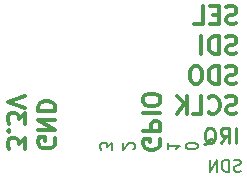
<source format=gbo>
G04 (created by PCBNEW (2013-07-07 BZR 4022)-stable) date 7/21/2013 3:18:37 PM*
%MOIN*%
G04 Gerber Fmt 3.4, Leading zero omitted, Abs format*
%FSLAX34Y34*%
G01*
G70*
G90*
G04 APERTURE LIST*
%ADD10C,0.00590551*%
%ADD11C,0.008*%
%ADD12C,0.01*%
%ADD13C,0.011811*%
G04 APERTURE END LIST*
G54D10*
G54D11*
X97023Y-66642D02*
X96966Y-66661D01*
X96871Y-66661D01*
X96833Y-66642D01*
X96814Y-66623D01*
X96795Y-66585D01*
X96795Y-66547D01*
X96814Y-66509D01*
X96833Y-66490D01*
X96871Y-66471D01*
X96947Y-66452D01*
X96985Y-66433D01*
X97004Y-66414D01*
X97023Y-66376D01*
X97023Y-66338D01*
X97004Y-66300D01*
X96985Y-66280D01*
X96947Y-66261D01*
X96852Y-66261D01*
X96795Y-66280D01*
X96623Y-66661D02*
X96623Y-66261D01*
X96528Y-66261D01*
X96471Y-66280D01*
X96433Y-66319D01*
X96414Y-66357D01*
X96395Y-66433D01*
X96395Y-66490D01*
X96414Y-66566D01*
X96433Y-66604D01*
X96471Y-66642D01*
X96528Y-66661D01*
X96623Y-66661D01*
X96223Y-66661D02*
X96223Y-66261D01*
X95995Y-66661D01*
X95995Y-66261D01*
G54D12*
X96880Y-65702D02*
X96880Y-65202D01*
X96357Y-65702D02*
X96523Y-65464D01*
X96642Y-65702D02*
X96642Y-65202D01*
X96452Y-65202D01*
X96404Y-65226D01*
X96380Y-65250D01*
X96357Y-65297D01*
X96357Y-65369D01*
X96380Y-65416D01*
X96404Y-65440D01*
X96452Y-65464D01*
X96642Y-65464D01*
X95809Y-65750D02*
X95857Y-65726D01*
X95904Y-65678D01*
X95976Y-65607D01*
X96023Y-65583D01*
X96071Y-65583D01*
X96047Y-65702D02*
X96095Y-65678D01*
X96142Y-65630D01*
X96166Y-65535D01*
X96166Y-65369D01*
X96142Y-65273D01*
X96095Y-65226D01*
X96047Y-65202D01*
X95952Y-65202D01*
X95904Y-65226D01*
X95857Y-65273D01*
X95833Y-65369D01*
X95833Y-65535D01*
X95857Y-65630D01*
X95904Y-65678D01*
X95952Y-65702D01*
X96047Y-65702D01*
G54D13*
X96887Y-64710D02*
X96803Y-64739D01*
X96662Y-64739D01*
X96606Y-64710D01*
X96578Y-64682D01*
X96550Y-64626D01*
X96550Y-64570D01*
X96578Y-64514D01*
X96606Y-64485D01*
X96662Y-64457D01*
X96775Y-64429D01*
X96831Y-64401D01*
X96859Y-64373D01*
X96887Y-64317D01*
X96887Y-64260D01*
X96859Y-64204D01*
X96831Y-64176D01*
X96775Y-64148D01*
X96634Y-64148D01*
X96550Y-64176D01*
X95959Y-64682D02*
X95987Y-64710D01*
X96071Y-64739D01*
X96128Y-64739D01*
X96212Y-64710D01*
X96268Y-64654D01*
X96296Y-64598D01*
X96325Y-64485D01*
X96325Y-64401D01*
X96296Y-64289D01*
X96268Y-64232D01*
X96212Y-64176D01*
X96128Y-64148D01*
X96071Y-64148D01*
X95987Y-64176D01*
X95959Y-64204D01*
X95425Y-64739D02*
X95706Y-64739D01*
X95706Y-64148D01*
X95228Y-64739D02*
X95228Y-64148D01*
X94890Y-64739D02*
X95143Y-64401D01*
X94890Y-64148D02*
X95228Y-64485D01*
X96887Y-63710D02*
X96803Y-63739D01*
X96662Y-63739D01*
X96606Y-63710D01*
X96578Y-63682D01*
X96550Y-63626D01*
X96550Y-63570D01*
X96578Y-63514D01*
X96606Y-63485D01*
X96662Y-63457D01*
X96775Y-63429D01*
X96831Y-63401D01*
X96859Y-63373D01*
X96887Y-63317D01*
X96887Y-63260D01*
X96859Y-63204D01*
X96831Y-63176D01*
X96775Y-63148D01*
X96634Y-63148D01*
X96550Y-63176D01*
X96296Y-63739D02*
X96296Y-63148D01*
X96156Y-63148D01*
X96071Y-63176D01*
X96015Y-63232D01*
X95987Y-63289D01*
X95959Y-63401D01*
X95959Y-63485D01*
X95987Y-63598D01*
X96015Y-63654D01*
X96071Y-63710D01*
X96156Y-63739D01*
X96296Y-63739D01*
X95593Y-63148D02*
X95481Y-63148D01*
X95425Y-63176D01*
X95368Y-63232D01*
X95340Y-63345D01*
X95340Y-63542D01*
X95368Y-63654D01*
X95425Y-63710D01*
X95481Y-63739D01*
X95593Y-63739D01*
X95650Y-63710D01*
X95706Y-63654D01*
X95734Y-63542D01*
X95734Y-63345D01*
X95706Y-63232D01*
X95650Y-63176D01*
X95593Y-63148D01*
X96887Y-62710D02*
X96803Y-62739D01*
X96662Y-62739D01*
X96606Y-62710D01*
X96578Y-62682D01*
X96550Y-62626D01*
X96550Y-62570D01*
X96578Y-62514D01*
X96606Y-62485D01*
X96662Y-62457D01*
X96775Y-62429D01*
X96831Y-62401D01*
X96859Y-62373D01*
X96887Y-62317D01*
X96887Y-62260D01*
X96859Y-62204D01*
X96831Y-62176D01*
X96775Y-62148D01*
X96634Y-62148D01*
X96550Y-62176D01*
X96296Y-62739D02*
X96296Y-62148D01*
X96156Y-62148D01*
X96071Y-62176D01*
X96015Y-62232D01*
X95987Y-62289D01*
X95959Y-62401D01*
X95959Y-62485D01*
X95987Y-62598D01*
X96015Y-62654D01*
X96071Y-62710D01*
X96156Y-62739D01*
X96296Y-62739D01*
X95706Y-62739D02*
X95706Y-62148D01*
X96887Y-61710D02*
X96803Y-61739D01*
X96662Y-61739D01*
X96606Y-61710D01*
X96578Y-61682D01*
X96550Y-61626D01*
X96550Y-61570D01*
X96578Y-61514D01*
X96606Y-61485D01*
X96662Y-61457D01*
X96775Y-61429D01*
X96831Y-61401D01*
X96859Y-61373D01*
X96887Y-61317D01*
X96887Y-61260D01*
X96859Y-61204D01*
X96831Y-61176D01*
X96775Y-61148D01*
X96634Y-61148D01*
X96550Y-61176D01*
X96296Y-61429D02*
X96100Y-61429D01*
X96015Y-61739D02*
X96296Y-61739D01*
X96296Y-61148D01*
X96015Y-61148D01*
X95481Y-61739D02*
X95762Y-61739D01*
X95762Y-61148D01*
G54D11*
X92738Y-65942D02*
X92738Y-65695D01*
X92585Y-65828D01*
X92585Y-65771D01*
X92566Y-65733D01*
X92547Y-65714D01*
X92509Y-65695D01*
X92414Y-65695D01*
X92376Y-65714D01*
X92357Y-65733D01*
X92338Y-65771D01*
X92338Y-65885D01*
X92357Y-65923D01*
X92376Y-65942D01*
X93450Y-65923D02*
X93469Y-65904D01*
X93488Y-65866D01*
X93488Y-65771D01*
X93469Y-65733D01*
X93450Y-65714D01*
X93411Y-65695D01*
X93373Y-65695D01*
X93316Y-65714D01*
X93088Y-65942D01*
X93088Y-65695D01*
X95588Y-65828D02*
X95588Y-65790D01*
X95569Y-65752D01*
X95550Y-65733D01*
X95511Y-65714D01*
X95435Y-65695D01*
X95340Y-65695D01*
X95264Y-65714D01*
X95226Y-65733D01*
X95207Y-65752D01*
X95188Y-65790D01*
X95188Y-65828D01*
X95207Y-65866D01*
X95226Y-65885D01*
X95264Y-65904D01*
X95340Y-65923D01*
X95435Y-65923D01*
X95511Y-65904D01*
X95550Y-65885D01*
X95569Y-65866D01*
X95588Y-65828D01*
X94588Y-65695D02*
X94588Y-65923D01*
X94588Y-65809D02*
X94988Y-65809D01*
X94930Y-65847D01*
X94892Y-65885D01*
X94873Y-65923D01*
G54D13*
X94323Y-65590D02*
X94351Y-65646D01*
X94351Y-65731D01*
X94323Y-65815D01*
X94267Y-65871D01*
X94210Y-65899D01*
X94098Y-65928D01*
X94014Y-65928D01*
X93901Y-65899D01*
X93845Y-65871D01*
X93789Y-65815D01*
X93760Y-65731D01*
X93760Y-65674D01*
X93789Y-65590D01*
X93817Y-65562D01*
X94014Y-65562D01*
X94014Y-65674D01*
X93760Y-65309D02*
X94351Y-65309D01*
X94351Y-65084D01*
X94323Y-65028D01*
X94295Y-65000D01*
X94239Y-64971D01*
X94154Y-64971D01*
X94098Y-65000D01*
X94070Y-65028D01*
X94042Y-65084D01*
X94042Y-65309D01*
X93760Y-64718D02*
X94351Y-64718D01*
X94351Y-64325D02*
X94351Y-64212D01*
X94323Y-64156D01*
X94267Y-64100D01*
X94154Y-64071D01*
X93957Y-64071D01*
X93845Y-64100D01*
X93789Y-64156D01*
X93760Y-64212D01*
X93760Y-64325D01*
X93789Y-64381D01*
X93845Y-64437D01*
X93957Y-64465D01*
X94154Y-64465D01*
X94267Y-64437D01*
X94323Y-64381D01*
X94351Y-64325D01*
X90823Y-65550D02*
X90851Y-65606D01*
X90851Y-65690D01*
X90823Y-65775D01*
X90767Y-65831D01*
X90710Y-65859D01*
X90598Y-65887D01*
X90514Y-65887D01*
X90401Y-65859D01*
X90345Y-65831D01*
X90289Y-65775D01*
X90260Y-65690D01*
X90260Y-65634D01*
X90289Y-65550D01*
X90317Y-65521D01*
X90514Y-65521D01*
X90514Y-65634D01*
X90260Y-65268D02*
X90851Y-65268D01*
X90260Y-64931D01*
X90851Y-64931D01*
X90260Y-64650D02*
X90851Y-64650D01*
X90851Y-64509D01*
X90823Y-64425D01*
X90767Y-64368D01*
X90710Y-64340D01*
X90598Y-64312D01*
X90514Y-64312D01*
X90401Y-64340D01*
X90345Y-64368D01*
X90289Y-64425D01*
X90260Y-64509D01*
X90260Y-64650D01*
X89851Y-65915D02*
X89851Y-65550D01*
X89626Y-65746D01*
X89626Y-65662D01*
X89598Y-65606D01*
X89570Y-65578D01*
X89514Y-65550D01*
X89373Y-65550D01*
X89317Y-65578D01*
X89289Y-65606D01*
X89260Y-65662D01*
X89260Y-65831D01*
X89289Y-65887D01*
X89317Y-65915D01*
X89317Y-65296D02*
X89289Y-65268D01*
X89260Y-65296D01*
X89289Y-65325D01*
X89317Y-65296D01*
X89260Y-65296D01*
X89851Y-65071D02*
X89851Y-64706D01*
X89626Y-64903D01*
X89626Y-64818D01*
X89598Y-64762D01*
X89570Y-64734D01*
X89514Y-64706D01*
X89373Y-64706D01*
X89317Y-64734D01*
X89289Y-64762D01*
X89260Y-64818D01*
X89260Y-64987D01*
X89289Y-65043D01*
X89317Y-65071D01*
X89851Y-64537D02*
X89260Y-64340D01*
X89851Y-64143D01*
M02*

</source>
